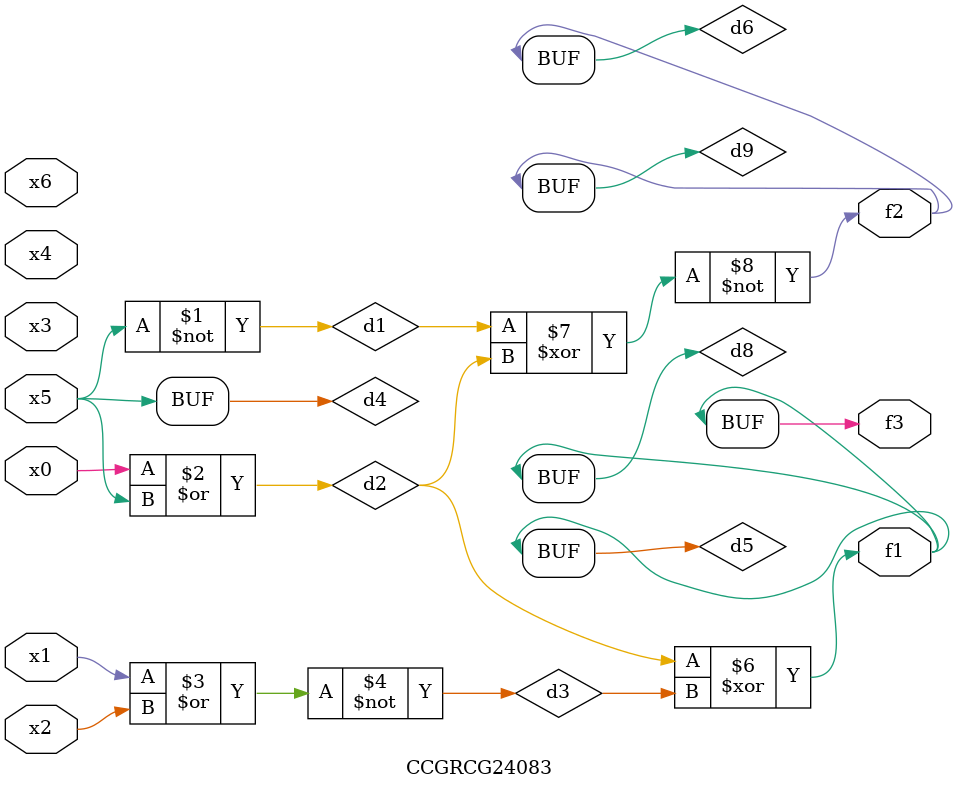
<source format=v>
module CCGRCG24083(
	input x0, x1, x2, x3, x4, x5, x6,
	output f1, f2, f3
);

	wire d1, d2, d3, d4, d5, d6, d7, d8, d9;

	nand (d1, x5);
	or (d2, x0, x5);
	nor (d3, x1, x2);
	xnor (d4, d1);
	xor (d5, d2, d3);
	xnor (d6, d1, d2);
	not (d7, x4);
	buf (d8, d5);
	xor (d9, d6);
	assign f1 = d8;
	assign f2 = d9;
	assign f3 = d8;
endmodule

</source>
